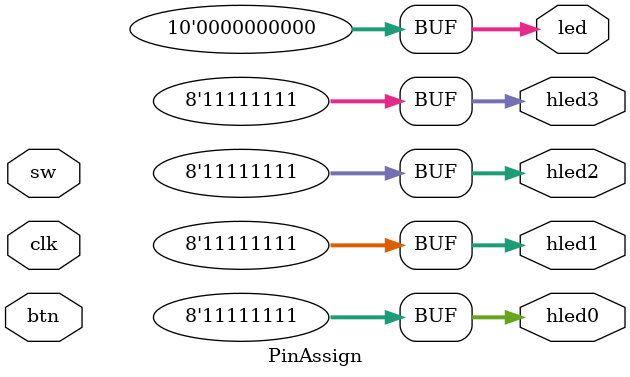
<source format=v>
module PinAssign(clk, btn, sw, led, hled0, hled1, hled2, hled3);
	input clk;
	input [2:0] btn;
	input [9:0] sw;
	output [9:0] led;
	output [7:0] hled0;
	output [7:0] hled1;
	output [7:0] hled2;
	output [7:0] hled3;
	
	assign led=10'h0;
	assign hled0=8'hff;
	assign hled1=8'hff;
	assign hled2=8'hff;
	assign hled3=8'hff;
endmodule
</source>
